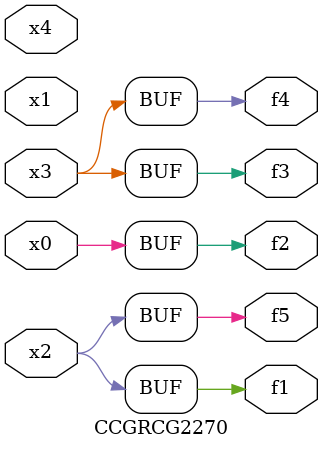
<source format=v>
module CCGRCG2270(
	input x0, x1, x2, x3, x4,
	output f1, f2, f3, f4, f5
);
	assign f1 = x2;
	assign f2 = x0;
	assign f3 = x3;
	assign f4 = x3;
	assign f5 = x2;
endmodule

</source>
